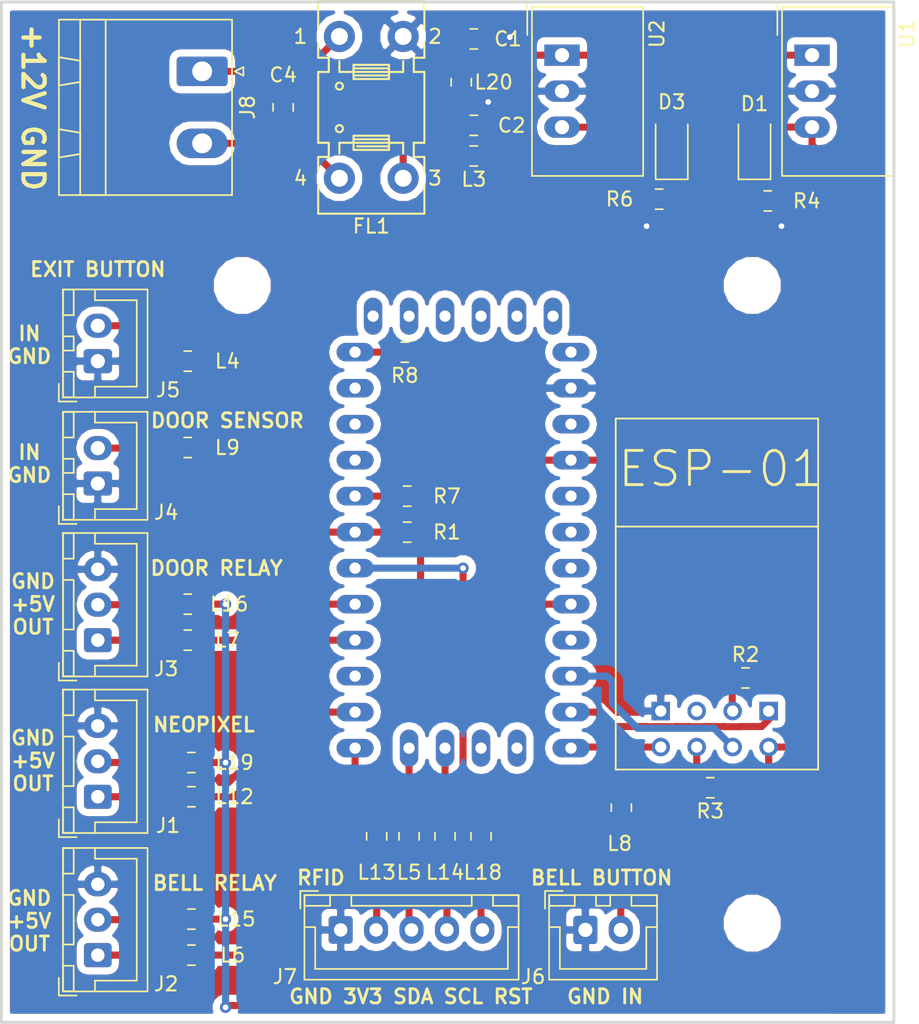
<source format=kicad_pcb>
(kicad_pcb (version 20171130) (host pcbnew 5.0.2-bee76a0~70~ubuntu18.04.1)
  (layers (0 Top signal) (31 Bottom signal) (34 B.Paste user) (35 F.Paste user) (36 B.SilkS user) (37 F.SilkS user) (38 B.Mask user) (39 F.Mask user) (44 Edge.Cuts user))
  (net 0 "")
  (net 1 "Net-(R8-Pad2)")
  (net 2 "Net-(U$1-PadRX1)")
  (net 3 "Net-(U$1-PadRST1)")
  (net 4 "Net-(U$1-PadGND1)")
  (net 5 /D2)
  (net 6 /D3)
  (net 7 /D4)
  (net 8 /D5)
  (net 9 /D6)
  (net 10 /D7)
  (net 11 /D8)
  (net 12 /D9)
  (net 13 "Net-(U$1-PadRAW)")
  (net 14 GND)
  (net 15 "Net-(U$1-PadRST)")
  (net 16 +3V3)
  (net 17 "Net-(U$1-PadA3)")
  (net 18 /A2)
  (net 19 /A1)
  (net 20 /A0)
  (net 21 /D13)
  (net 22 /D12)
  (net 23 /D11)
  (net 24 /D10)
  (net 25 "Net-(U$1-PadGND2)")
  (net 26 "Net-(U$1-PadGND3)")
  (net 27 "Net-(U$1-PadVCC1)")
  (net 28 "Net-(U$1-PadRX1-1)")
  (net 29 "Net-(U$1-PadTX0-1)")
  (net 30 "Net-(U$1-PadDTR)")
  (net 31 /A4)
  (net 32 /A5)
  (net 33 "Net-(U$1-PadA6)")
  (net 34 "Net-(U$1-PadA7)")
  (net 35 /GPIO2)
  (net 36 "Net-(ESP1-PadGPIO0)")
  (net 37 "Net-(ESP1-PadCH_PD)")
  (net 38 "Net-(J7-Pad2)")
  (net 39 "Net-(J7-Pad3)")
  (net 40 "Net-(J7-Pad4)")
  (net 41 "Net-(J7-Pad5)")
  (net 42 "Net-(J3-Pad1)")
  (net 43 "Net-(J3-Pad2)")
  (net 44 "Net-(J2-Pad2)")
  (net 45 "Net-(J2-Pad1)")
  (net 46 "Net-(J1-Pad1)")
  (net 47 "Net-(J1-Pad2)")
  (net 48 "Net-(J4-Pad2)")
  (net 49 "Net-(C4-Pad1)")
  (net 50 "Net-(C4-Pad2)")
  (net 51 "Net-(J6-Pad2)")
  (net 52 "Net-(J5-Pad2)")
  (net 53 "Net-(D3-Pad1)")
  (net 54 "Net-(D1-Pad1)")
  (net 55 "Net-(J10-Pad1)")
  (net 56 "Net-(J12-Pad1)")
  (net 57 "Net-(J11-Pad1)")
  (net 58 +12V)
  (net 59 +5V)
  (net 60 "Net-(C2-Pad1)")
  (net 61 "Net-(C1-Pad1)")
  (module Connector_JST:JST_XH_B02B-XH-A_1x02_P2.50mm_Vertical (layer Top) (at 82.804 101.981 90)
    (fp_text reference J4 (at -2.032 4.826 180) (layer F.SilkS))
    (fp_text value Phoenix_MPT_2.5_2)
    (pad 1 thru_hole roundrect (at 0 0 90) (size 1.7 2) (drill 1) (layers *.Cu *.Mask) (roundrect_rratio 0.147059) (net 14 GND))
    (pad 2 thru_hole oval (at 2.5 0 90) (size 1.7 2) (drill 1) (layers *.Cu *.Mask) (net 48 "Net-(J4-Pad2)"))
  )
  (module Connector_Phoenix_MSTB:PhoenixContact_MSTBA_2,5_2-G-5,08_1x02_P5.08mm_Horizontal (layer Top) (at 90.17 72.898 270)
    (fp_text reference J8 (at 2.54 -3.2 270) (layer F.SilkS))
    (fp_text value Phoenix_MPT_2.5_2)
    (pad 1 thru_hole roundrect (at 0 0 270) (size 2.08 3.6) (drill 1.4) (layers *.Cu *.Mask) (roundrect_rratio 0.120192) (net 50 "Net-(C4-Pad2)"))
    (pad 2 thru_hole oval (at 5.08 0 270) (size 2.08 3.6) (drill 1.4) (layers *.Cu *.Mask) (net 49 "Net-(C4-Pad1)"))
  )
  (module Connector_JST:JST_XH_B02B-XH-A_1x02_P2.50mm_Vertical (layer Top) (at 117.221 133.477)
    (fp_text reference J6 (at -3.683 3.302) (layer F.SilkS))
    (fp_text value Phoenix_MPT_2.5_2)
    (pad 2 thru_hole oval (at 2.5 0) (size 1.7 2) (drill 1) (layers *.Cu *.Mask) (net 51 "Net-(J6-Pad2)"))
    (pad 1 thru_hole roundrect (at 0 0) (size 1.7 2) (drill 1) (layers *.Cu *.Mask) (roundrect_rratio 0.147059) (net 14 GND))
  )
  (module Connector_JST:JST_XH_B02B-XH-A_1x02_P2.50mm_Vertical (layer Top) (at 82.804 93.345 90)
    (fp_text reference J5 (at -2.032 4.953 180) (layer F.SilkS))
    (fp_text value Phoenix_MPT_2.5_2)
    (pad 1 thru_hole roundrect (at 0 0 90) (size 1.7 2) (drill 1) (layers *.Cu *.Mask) (roundrect_rratio 0.147059) (net 14 GND))
    (pad 2 thru_hole oval (at 2.5 0 90) (size 1.7 2) (drill 1) (layers *.Cu *.Mask) (net 52 "Net-(J5-Pad2)"))
  )
  (module Connector_JST:JST_XH_B03B-XH-A_1x03_P2.50mm_Vertical (layer Top) (at 82.804 135.255 90)
    (fp_text reference J2 (at -2.032 4.826 180) (layer F.SilkS))
    (fp_text value Conn_01x03_Male)
    (pad 1 thru_hole roundrect (at 0 0 90) (size 1.7 1.95) (drill 0.95) (layers *.Cu *.Mask) (roundrect_rratio 0.147059) (net 45 "Net-(J2-Pad1)"))
    (pad 2 thru_hole oval (at 2.5 0 90) (size 1.7 1.95) (drill 0.95) (layers *.Cu *.Mask) (net 44 "Net-(J2-Pad2)"))
    (pad 3 thru_hole oval (at 5 0 90) (size 1.7 1.95) (drill 0.95) (layers *.Cu *.Mask) (net 14 GND))
  )
  (module Connector_JST:JST_XH_B03B-XH-A_1x03_P2.50mm_Vertical (layer Top) (at 82.804 113.03 90)
    (fp_text reference J3 (at -2.032 4.826 180) (layer F.SilkS))
    (fp_text value Conn_01x03_Male)
    (pad 3 thru_hole oval (at 5 0 90) (size 1.7 1.95) (drill 0.95) (layers *.Cu *.Mask) (net 14 GND))
    (pad 2 thru_hole oval (at 2.5 0 90) (size 1.7 1.95) (drill 0.95) (layers *.Cu *.Mask) (net 43 "Net-(J3-Pad2)"))
    (pad 1 thru_hole roundrect (at 0 0 90) (size 1.7 1.95) (drill 0.95) (layers *.Cu *.Mask) (roundrect_rratio 0.147059) (net 42 "Net-(J3-Pad1)"))
  )
  (module Connector_JST:JST_XH_B03B-XH-A_1x03_P2.50mm_Vertical (layer Top) (at 82.804 124.079 90)
    (fp_text reference J1 (at -2.032 4.953 180) (layer F.SilkS))
    (fp_text value Conn_01x03_Male)
    (pad 1 thru_hole roundrect (at 0 0 90) (size 1.7 1.95) (drill 0.95) (layers *.Cu *.Mask) (roundrect_rratio 0.147059) (net 46 "Net-(J1-Pad1)"))
    (pad 2 thru_hole oval (at 2.5 0 90) (size 1.7 1.95) (drill 0.95) (layers *.Cu *.Mask) (net 47 "Net-(J1-Pad2)"))
    (pad 3 thru_hole oval (at 5 0 90) (size 1.7 1.95) (drill 0.95) (layers *.Cu *.Mask) (net 14 GND))
  )
  (module Connector_JST:JST_XH_B05B-XH-A_1x05_P2.50mm_Vertical (layer Top) (at 99.949 133.477)
    (fp_text reference J7 (at -3.937 3.302) (layer F.SilkS))
    (fp_text value Phoenix_MPT_2.5_5)
    (pad 1 thru_hole roundrect (at 0 0) (size 1.7 1.95) (drill 0.95) (layers *.Cu *.Mask) (roundrect_rratio 0.147059) (net 14 GND))
    (pad 2 thru_hole oval (at 2.5 0) (size 1.7 1.95) (drill 0.95) (layers *.Cu *.Mask) (net 38 "Net-(J7-Pad2)"))
    (pad 3 thru_hole oval (at 5 0) (size 1.7 1.95) (drill 0.95) (layers *.Cu *.Mask) (net 39 "Net-(J7-Pad3)"))
    (pad 4 thru_hole oval (at 7.5 0) (size 1.7 1.95) (drill 0.95) (layers *.Cu *.Mask) (net 40 "Net-(J7-Pad4)"))
    (pad 5 thru_hole oval (at 10 0) (size 1.7 1.95) (drill 0.95) (layers *.Cu *.Mask) (net 41 "Net-(J7-Pad5)"))
  )
  (module Capacitor_SMD:C_0805_2012Metric (layer Top) (at 109.347 76.708)
    (fp_text reference C2 (at 2.667 0 180) (layer F.SilkS))
    (fp_text value 10u)
    (pad 1 smd roundrect (at -0.9375 0) (size 0.975 1.4) (layers Top F.Paste F.Mask) (net 60 "Net-(C2-Pad1)"))
    (pad 2 smd roundrect (at 0.9375 0) (size 0.975 1.4) (layers Top F.Paste F.Mask) (net 14 GND))
  )
  (module Capacitor_SMD:C_0805_2012Metric (layer Top) (at 109.347 70.612)
    (fp_text reference C1 (at 2.413 0 180) (layer F.SilkS))
    (fp_text value 10u)
    (pad 2 smd roundrect (at 0.9375 0) (size 0.975 1.4) (layers Top F.Paste F.Mask) (net 14 GND))
    (pad 1 smd roundrect (at -0.9375 0) (size 0.975 1.4) (layers Top F.Paste F.Mask) (net 61 "Net-(C1-Pad1)"))
  )
  (module Capacitor_SMD:C_0805_2012Metric (layer Top) (at 95.885 75.438 90)
    (fp_text reference C4 (at 2.286 0 180) (layer F.SilkS))
    (fp_text value 100n)
    (pad 1 smd roundrect (at -0.9375 0 90) (size 0.975 1.4) (layers Top F.Paste F.Mask) (net 49 "Net-(C4-Pad1)"))
    (pad 2 smd roundrect (at 0.9375 0 90) (size 0.975 1.4) (layers Top F.Paste F.Mask) (net 50 "Net-(C4-Pad2)"))
  )
  (module Choke_Common-Mode_Wurth:CommonModeChoke_WuerthType-WE-CMB_Size-XS (layer Top) (at 102.108 75.438)
    (fp_text reference FL1 (at 0 8.382) (layer F.SilkS))
    (fp_text value EMI_Filter_CommonMode_0)
    (fp_text user 4 (at -5.00126 5.00126) (layer F.SilkS))
    (fp_text user 3 (at 4.50088 5.00126) (layer F.SilkS))
    (fp_text user 2 (at 4.50088 -5.00126) (layer F.SilkS))
    (fp_text user 1 (at -5.00126 -5.00126) (layer F.SilkS))
    (pad 4 thru_hole circle (at -2.25044 5.00126) (size 2.19964 2.19964) (drill 1.19888) (layers *.Cu *.Mask) (net 49 "Net-(C4-Pad1)"))
    (pad 3 thru_hole circle (at 2.25044 5.00126) (size 2.19964 2.19964) (drill 1.19888) (layers *.Cu *.Mask) (net 61 "Net-(C1-Pad1)"))
    (pad 2 thru_hole circle (at 2.25044 -5.00126) (size 2.19964 2.19964) (drill 1.19888) (layers *.Cu *.Mask) (net 14 GND))
    (pad 1 thru_hole circle (at -2.25044 -5.00126) (size 2.19964 2.19964) (drill 1.19888) (layers *.Cu *.Mask) (net 50 "Net-(C4-Pad2)"))
  )
  (module Converter_DCDC:Converter_DCDC_TRACO_TSR-1_THT (layer Top) (at 115.57 71.755 270)
    (fp_text reference U2 (at -1.5 -6.71 270) (layer F.SilkS))
    (fp_text value TSR_1-2433)
    (pad 3 thru_hole oval (at 5.08 0 270) (size 1.5 2.5) (drill 1) (layers *.Cu *.Mask) (net 16 +3V3))
    (pad 2 thru_hole oval (at 2.54 0 270) (size 1.5 2.5) (drill 1) (layers *.Cu *.Mask) (net 14 GND))
    (pad 1 thru_hole rect (at 0 0 270) (size 1.5 2.5) (drill 1) (layers *.Cu *.Mask) (net 58 +12V))
  )
  (module Converter_DCDC:Converter_DCDC_TRACO_TSR-1_THT (layer Top) (at 133.223 71.755 270)
    (fp_text reference U1 (at -1.5 -6.71 270) (layer F.SilkS))
    (fp_text value TSR_1-24150)
    (pad 1 thru_hole rect (at 0 0 270) (size 1.5 2.5) (drill 1) (layers *.Cu *.Mask) (net 58 +12V))
    (pad 2 thru_hole oval (at 2.54 0 270) (size 1.5 2.5) (drill 1) (layers *.Cu *.Mask) (net 14 GND))
    (pad 3 thru_hole oval (at 5.08 0 270) (size 1.5 2.5) (drill 1) (layers *.Cu *.Mask) (net 59 +5V))
  )
  (module Inductor_SMD:L_0805_2012Metric (layer Top) (at 89.408 124.079)
    (fp_text reference L12 (at 3.048 0) (layer F.SilkS))
    (fp_text value FB)
    (pad 1 smd roundrect (at -0.9375 0) (size 0.975 1.4) (layers Top F.Paste F.Mask) (net 46 "Net-(J1-Pad1)"))
    (pad 2 smd roundrect (at 0.9375 0) (size 0.975 1.4) (layers Top F.Paste F.Mask) (net 11 /D8))
  )
  (module Inductor_SMD:L_0805_2012Metric (layer Top) (at 108.458 73.66 270)
    (fp_text reference L20 (at 0 -2.286) (layer F.SilkS))
    (fp_text value 10u)
    (pad 2 smd roundrect (at 0.9375 0 270) (size 0.975 1.4) (layers Top F.Paste F.Mask) (net 60 "Net-(C2-Pad1)"))
    (pad 1 smd roundrect (at -0.9375 0 270) (size 0.975 1.4) (layers Top F.Paste F.Mask) (net 61 "Net-(C1-Pad1)"))
  )
  (module Inductor_SMD:L_0805_2012Metric (layer Top) (at 89.408 121.666 180)
    (fp_text reference L19 (at -3.048 0 180) (layer F.SilkS))
    (fp_text value FB)
    (pad 1 smd roundrect (at -0.9375 0 180) (size 0.975 1.4) (layers Top F.Paste F.Mask) (net 59 +5V))
    (pad 2 smd roundrect (at 0.9375 0 180) (size 0.975 1.4) (layers Top F.Paste F.Mask) (net 47 "Net-(J1-Pad2)"))
  )
  (module Inductor_SMD:L_0805_2012Metric (layer Top) (at 109.855 126.873 90)
    (fp_text reference L18 (at -2.54 0.127 180) (layer F.SilkS))
    (fp_text value FB)
    (pad 2 smd roundrect (at 0.9375 0 90) (size 0.975 1.4) (layers Top F.Paste F.Mask) (net 7 /D4))
    (pad 1 smd roundrect (at -0.9375 0 90) (size 0.975 1.4) (layers Top F.Paste F.Mask) (net 41 "Net-(J7-Pad5)"))
  )
  (module Inductor_SMD:L_0805_2012Metric (layer Top) (at 89.154 110.49 180)
    (fp_text reference L16 (at -2.921 0 180) (layer F.SilkS))
    (fp_text value FB)
    (pad 1 smd roundrect (at -0.9375 0 180) (size 0.975 1.4) (layers Top F.Paste F.Mask) (net 59 +5V))
    (pad 2 smd roundrect (at 0.9375 0 180) (size 0.975 1.4) (layers Top F.Paste F.Mask) (net 43 "Net-(J3-Pad2)"))
  )
  (module Inductor_SMD:L_0805_2012Metric (layer Top) (at 89.408 132.715 180)
    (fp_text reference L15 (at -3.175 0 180) (layer F.SilkS))
    (fp_text value FB)
    (pad 2 smd roundrect (at 0.9375 0 180) (size 0.975 1.4) (layers Top F.Paste F.Mask) (net 44 "Net-(J2-Pad2)"))
    (pad 1 smd roundrect (at -0.9375 0 180) (size 0.975 1.4) (layers Top F.Paste F.Mask) (net 59 +5V))
  )
  (module Inductor_SMD:L_0805_2012Metric (layer Top) (at 107.315 126.873 90)
    (fp_text reference L14 (at -2.54 0 180) (layer F.SilkS))
    (fp_text value FB)
    (pad 1 smd roundrect (at -0.9375 0 90) (size 0.975 1.4) (layers Top F.Paste F.Mask) (net 40 "Net-(J7-Pad4)"))
    (pad 2 smd roundrect (at 0.9375 0 90) (size 0.975 1.4) (layers Top F.Paste F.Mask) (net 32 /A5))
  )
  (module Inductor_SMD:L_0805_2012Metric (layer Top) (at 89.154 99.441)
    (fp_text reference L9 (at 2.794 0) (layer F.SilkS))
    (fp_text value FB)
    (pad 2 smd roundrect (at 0.9375 0) (size 0.975 1.4) (layers Top F.Paste F.Mask) (net 8 /D5))
    (pad 1 smd roundrect (at -0.9375 0) (size 0.975 1.4) (layers Top F.Paste F.Mask) (net 48 "Net-(J4-Pad2)"))
  )
  (module Inductor_SMD:L_0805_2012Metric (layer Top) (at 119.761 124.841 90)
    (fp_text reference L8 (at -2.54 -0.127 180) (layer F.SilkS))
    (fp_text value FB)
    (pad 1 smd roundrect (at -0.9375 0 90) (size 0.975 1.4) (layers Top F.Paste F.Mask) (net 51 "Net-(J6-Pad2)"))
    (pad 2 smd roundrect (at 0.9375 0 90) (size 0.975 1.4) (layers Top F.Paste F.Mask) (net 20 /A0))
  )
  (module Inductor_SMD:L_0805_2012Metric (layer Top) (at 89.154 113.03)
    (fp_text reference L7 (at 2.794 0) (layer F.SilkS))
    (fp_text value FB)
    (pad 2 smd roundrect (at 0.9375 0) (size 0.975 1.4) (layers Top F.Paste F.Mask) (net 9 /D6))
    (pad 1 smd roundrect (at -0.9375 0) (size 0.975 1.4) (layers Top F.Paste F.Mask) (net 42 "Net-(J3-Pad1)"))
  )
  (module Inductor_SMD:L_0805_2012Metric (layer Top) (at 89.408 135.255)
    (fp_text reference L6 (at 2.921 0) (layer F.SilkS))
    (fp_text value FB)
    (pad 1 smd roundrect (at -0.9375 0) (size 0.975 1.4) (layers Top F.Paste F.Mask) (net 45 "Net-(J2-Pad1)"))
    (pad 2 smd roundrect (at 0.9375 0) (size 0.975 1.4) (layers Top F.Paste F.Mask) (net 12 /D9))
  )
  (module Inductor_SMD:L_0805_2012Metric (layer Top) (at 104.775 126.873 90)
    (fp_text reference L5 (at -2.54 0 180) (layer F.SilkS))
    (fp_text value FB)
    (pad 2 smd roundrect (at 0.9375 0 90) (size 0.975 1.4) (layers Top F.Paste F.Mask) (net 31 /A4))
    (pad 1 smd roundrect (at -0.9375 0 90) (size 0.975 1.4) (layers Top F.Paste F.Mask) (net 39 "Net-(J7-Pad3)"))
  )
  (module Inductor_SMD:L_0805_2012Metric (layer Top) (at 109.347 78.867 180)
    (fp_text reference L3 (at 0 -1.65 180) (layer F.SilkS))
    (fp_text value BLM21BD152SN1D)
    (pad 1 smd roundrect (at -0.9375 0 180) (size 0.975 1.4) (layers Top F.Paste F.Mask) (net 58 +12V))
    (pad 2 smd roundrect (at 0.9375 0 180) (size 0.975 1.4) (layers Top F.Paste F.Mask) (net 60 "Net-(C2-Pad1)"))
  )
  (module Inductor_SMD:L_0805_2012Metric (layer Top) (at 102.489 126.873 90)
    (fp_text reference L13 (at -2.54 0 180) (layer F.SilkS))
    (fp_text value FB)
    (pad 2 smd roundrect (at 0.9375 0 90) (size 0.975 1.4) (layers Top F.Paste F.Mask) (net 16 +3V3))
    (pad 1 smd roundrect (at -0.9375 0 90) (size 0.975 1.4) (layers Top F.Paste F.Mask) (net 38 "Net-(J7-Pad2)"))
  )
  (module Inductor_SMD:L_0805_2012Metric (layer Top) (at 89.154 93.345)
    (fp_text reference L4 (at 2.794 0) (layer F.SilkS))
    (fp_text value FB)
    (pad 1 smd roundrect (at -0.9375 0) (size 0.975 1.4) (layers Top F.Paste F.Mask) (net 52 "Net-(J5-Pad2)"))
    (pad 2 smd roundrect (at 0.9375 0) (size 0.975 1.4) (layers Top F.Paste F.Mask) (net 6 /D3))
  )
  (module LED_SMD:LED_1206_3216Metric (layer Top) (at 123.317 78.232 90)
    (fp_text reference D3 (at 3.175 0 180) (layer F.SilkS))
    (fp_text value Red)
    (pad 1 smd roundrect (at -1.4 0 90) (size 1.25 1.75) (layers Top F.Paste F.Mask) (roundrect_rratio 0.2) (net 53 "Net-(D3-Pad1)"))
    (pad 2 smd roundrect (at 1.4 0 90) (size 1.25 1.75) (layers Top F.Paste F.Mask) (roundrect_rratio 0.2) (net 16 +3V3))
  )
  (module LED_SMD:LED_1206_3216Metric (layer Top) (at 129.159 78.232 90)
    (fp_text reference D1 (at 3.048 0 180) (layer F.SilkS))
    (fp_text value Red)
    (pad 2 smd roundrect (at 1.4 0 90) (size 1.25 1.75) (layers Top F.Paste F.Mask) (roundrect_rratio 0.2) (net 59 +5V))
    (pad 1 smd roundrect (at -1.4 0 90) (size 1.25 1.75) (layers Top F.Paste F.Mask) (roundrect_rratio 0.2) (net 54 "Net-(D1-Pad1)"))
  )
  (module MountingHole:MountingHole_3mm (layer Top) (at 93 88)
    (fp_text reference J11 hide)
    (fp_text value Conn_01x01_Female)
    (pad 1 np_thru_hole circle (at 0 0) (size 3 3) (drill 3) (layers *.Cu *.Mask) (net 57 "Net-(J11-Pad1)"))
  )
  (module MountingHole:MountingHole_3mm (layer Top) (at 129 133)
    (fp_text reference J12 hide)
    (fp_text value Conn_01x01_Female)
    (pad 1 np_thru_hole circle (at 0 0) (size 3 3) (drill 3) (layers *.Cu *.Mask) (net 56 "Net-(J12-Pad1)"))
  )
  (module MountingHole:MountingHole_3mm (layer Top) (at 129 88)
    (fp_text reference J10 hide)
    (fp_text value Conn_01x01_Female)
    (pad 1 np_thru_hole circle (at 0 0) (size 3 3) (drill 3) (layers *.Cu *.Mask) (net 55 "Net-(J10-Pad1)"))
  )
  (module Resistor_SMD:R_0805_2012Metric (layer Top) (at 130.0965 82.042)
    (fp_text reference R4 (at 2.7455 0) (layer F.SilkS))
    (fp_text value 1K2)
    (pad 2 smd roundrect (at 0.9375 0) (size 0.975 1.4) (layers Top F.Paste F.Mask) (net 14 GND))
    (pad 1 smd roundrect (at -0.9375 0) (size 0.975 1.4) (layers Top F.Paste F.Mask) (net 54 "Net-(D1-Pad1)"))
  )
  (module Resistor_SMD:R_0805_2012Metric (layer Top) (at 104.648 105.41 180)
    (fp_text reference R1 (at -2.794 0 180) (layer F.SilkS))
    (fp_text value 10K)
    (pad 1 smd roundrect (at -0.9375 0 180) (size 0.975 1.4) (layers Top F.Paste F.Mask) (net 16 +3V3))
    (pad 2 smd roundrect (at 0.9375 0 180) (size 0.975 1.4) (layers Top F.Paste F.Mask) (net 6 /D3))
  )
  (module Resistor_SMD:R_0805_2012Metric (layer Top) (at 126.0325 123.444 180)
    (fp_text reference R3 (at 0 -1.65 180) (layer F.SilkS))
    (fp_text value 10K)
    (pad 2 smd roundrect (at 0.9375 0 180) (size 0.975 1.4) (layers Top F.Paste F.Mask) (net 37 "Net-(ESP1-PadCH_PD)"))
    (pad 1 smd roundrect (at -0.9375 0 180) (size 0.975 1.4) (layers Top F.Paste F.Mask) (net 16 +3V3))
  )
  (module Resistor_SMD:R_0805_2012Metric (layer Top) (at 128.524 115.697)
    (fp_text reference R2 (at 0 -1.65) (layer F.SilkS))
    (fp_text value 10K)
    (pad 1 smd roundrect (at -0.9375 0) (size 0.975 1.4) (layers Top F.Paste F.Mask) (net 36 "Net-(ESP1-PadGPIO0)"))
    (pad 2 smd roundrect (at 0.9375 0) (size 0.975 1.4) (layers Top F.Paste F.Mask) (net 16 +3V3))
  )
  (module Resistor_SMD:R_0805_2012Metric (layer Top) (at 122.428 81.915 180)
    (fp_text reference R6 (at 2.794 0 180) (layer F.SilkS))
    (fp_text value 680R)
    (pad 1 smd roundrect (at -0.9375 0 180) (size 0.975 1.4) (layers Top F.Paste F.Mask) (net 53 "Net-(D3-Pad1)"))
    (pad 2 smd roundrect (at 0.9375 0 180) (size 0.975 1.4) (layers Top F.Paste F.Mask) (net 14 GND))
  )
  (module Resistor_SMD:R_0805_2012Metric (layer Top) (at 104.4725 92.71 180)
    (fp_text reference R8 (at 0 -1.65 180) (layer F.SilkS))
    (fp_text value 10K)
    (pad 2 smd roundrect (at 0.9375 0 180) (size 0.975 1.4) (layers Top F.Paste F.Mask) (net 1 "Net-(R8-Pad2)"))
    (pad 1 smd roundrect (at -0.9375 0 180) (size 0.975 1.4) (layers Top F.Paste F.Mask) (net 16 +3V3))
  )
  (module Resistor_SMD:R_0805_2012Metric (layer Top) (at 104.648 102.87 180)
    (fp_text reference R7 (at -2.794 0 180) (layer F.SilkS))
    (fp_text value 10K)
    (pad 1 smd roundrect (at -0.9375 0 180) (size 0.975 1.4) (layers Top F.Paste F.Mask) (net 16 +3V3))
    (pad 2 smd roundrect (at 0.9375 0 180) (size 0.975 1.4) (layers Top F.Paste F.Mask) (net 5 /D2))
  )
  (module "access control pcb v2:ESP01" (layer Top) (at 126.365 112.395)
    (fp_text reference ESP1 hide)
    (fp_text value ESP01 hide)
    (fp_text user ESP-01 (at -6.985 -10.033) (layer F.SilkS) (effects (font (size 2.413 2.413) (thickness 0.2032)) (justify left bottom)))
    (pad GND thru_hole rect (at -3.825 5.6375 270) (size 1.308 1.308) (drill 0.8) (layers *.Cu *.Mask) (net 14 GND))
    (pad RX thru_hole rect (at 3.795 5.6375 270) (size 1.308 1.308) (drill 0.8) (layers *.Cu *.Mask) (net 23 /D11))
    (pad GPIO2 thru_hole circle (at -1.285 5.6375 270) (size 1.308 1.308) (drill 0.8) (layers *.Cu *.Mask) (net 35 /GPIO2))
    (pad GPIO0 thru_hole circle (at 1.255 5.6375 270) (size 1.308 1.308) (drill 0.8) (layers *.Cu *.Mask) (net 36 "Net-(ESP1-PadGPIO0)"))
    (pad RST thru_hole circle (at 1.255 8.1775 270) (size 1.308 1.308) (drill 0.8) (layers *.Cu *.Mask) (net 22 /D12))
    (pad CH_PD thru_hole circle (at -1.285 8.1775 270) (size 1.308 1.308) (drill 0.8) (layers *.Cu *.Mask) (net 37 "Net-(ESP1-PadCH_PD)"))
    (pad TX thru_hole circle (at -3.825 8.1775 270) (size 1.308 1.308) (drill 0.8) (layers *.Cu *.Mask) (net 24 /D10))
    (pad VCC thru_hole circle (at 3.795 8.1775 270) (size 1.308 1.308) (drill 0.8) (layers *.Cu *.Mask) (net 16 +3V3))
  )
  (module "access control pcb v2:PRO-MINI" (layer Top) (at 107.315 119.38)
    (fp_text reference U$1 hide)
    (fp_text value PRO-MINI hide)
    (pad TX0 thru_hole oval (at -6.35 -26.67) (size 2.616 1.308) (drill 0.8) (layers *.Cu *.Mask) (net 1 "Net-(R8-Pad2)"))
    (pad RX1 thru_hole oval (at -6.35 -24.13) (size 2.616 1.308) (drill 0.8) (layers *.Cu *.Mask) (net 2 "Net-(U$1-PadRX1)"))
    (pad RST1 thru_hole oval (at -6.35 -21.59) (size 2.616 1.308) (drill 0.8) (layers *.Cu *.Mask) (net 3 "Net-(U$1-PadRST1)"))
    (pad GND1 thru_hole oval (at -6.35 -19.05) (size 2.616 1.308) (drill 0.8) (layers *.Cu *.Mask) (net 4 "Net-(U$1-PadGND1)"))
    (pad D2 thru_hole oval (at -6.35 -16.51) (size 2.616 1.308) (drill 0.8) (layers *.Cu *.Mask) (net 5 /D2))
    (pad D3 thru_hole oval (at -6.35 -13.97) (size 2.616 1.308) (drill 0.8) (layers *.Cu *.Mask) (net 6 /D3))
    (pad D4 thru_hole oval (at -6.35 -11.43) (size 2.616 1.308) (drill 0.8) (layers *.Cu *.Mask) (net 7 /D4))
    (pad D5 thru_hole oval (at -6.35 -8.89) (size 2.616 1.308) (drill 0.8) (layers *.Cu *.Mask) (net 8 /D5))
    (pad D6 thru_hole oval (at -6.35 -6.35) (size 2.616 1.308) (drill 0.8) (layers *.Cu *.Mask) (net 9 /D6))
    (pad D7 thru_hole oval (at -6.35 -3.81) (size 2.616 1.308) (drill 0.8) (layers *.Cu *.Mask) (net 10 /D7))
    (pad D8 thru_hole oval (at -6.35 -1.27) (size 2.616 1.308) (drill 0.8) (layers *.Cu *.Mask) (net 11 /D8))
    (pad D9 thru_hole oval (at -6.35 1.27) (size 2.616 1.308) (drill 0.8) (layers *.Cu *.Mask) (net 12 /D9))
    (pad RAW thru_hole oval (at 8.89 -26.67) (size 2.616 1.308) (drill 0.8) (layers *.Cu *.Mask) (net 13 "Net-(U$1-PadRAW)"))
    (pad GND thru_hole oval (at 8.89 -24.13) (size 2.616 1.308) (drill 0.8) (layers *.Cu *.Mask) (net 14 GND))
    (pad RST thru_hole oval (at 8.89 -21.59) (size 2.616 1.308) (drill 0.8) (layers *.Cu *.Mask) (net 15 "Net-(U$1-PadRST)"))
    (pad VCC thru_hole oval (at 8.89 -19.05) (size 2.616 1.308) (drill 0.8) (layers *.Cu *.Mask) (net 16 +3V3))
    (pad A3 thru_hole oval (at 8.89 -16.51) (size 2.616 1.308) (drill 0.8) (layers *.Cu *.Mask) (net 17 "Net-(U$1-PadA3)"))
    (pad A2 thru_hole oval (at 8.89 -13.97) (size 2.616 1.308) (drill 0.8) (layers *.Cu *.Mask) (net 18 /A2))
    (pad A1 thru_hole oval (at 8.89 -11.43) (size 2.616 1.308) (drill 0.8) (layers *.Cu *.Mask) (net 19 /A1))
    (pad A0 thru_hole oval (at 8.89 -8.89) (size 2.616 1.308) (drill 0.8) (layers *.Cu *.Mask) (net 20 /A0))
    (pad D13 thru_hole oval (at 8.89 -6.35) (size 2.616 1.308) (drill 0.8) (layers *.Cu *.Mask) (net 21 /D13))
    (pad D12 thru_hole oval (at 8.89 -3.81) (size 2.616 1.308) (drill 0.8) (layers *.Cu *.Mask) (net 22 /D12))
    (pad D11 thru_hole oval (at 8.89 -1.27) (size 2.616 1.308) (drill 0.8) (layers *.Cu *.Mask) (net 23 /D11))
    (pad D10 thru_hole oval (at 8.89 1.27) (size 2.616 1.308) (drill 0.8) (layers *.Cu *.Mask) (net 24 /D10))
    (pad GND2 thru_hole oval (at -5.08 -29.21 90) (size 2.616 1.308) (drill 0.8) (layers *.Cu *.Mask) (net 25 "Net-(U$1-PadGND2)"))
    (pad GND3 thru_hole oval (at -2.54 -29.21 90) (size 2.616 1.308) (drill 0.8) (layers *.Cu *.Mask) (net 26 "Net-(U$1-PadGND3)"))
    (pad VCC1 thru_hole oval (at 0 -29.21 90) (size 2.616 1.308) (drill 0.8) (layers *.Cu *.Mask) (net 27 "Net-(U$1-PadVCC1)"))
    (pad RX1-1 thru_hole oval (at 2.54 -29.21 90) (size 2.616 1.308) (drill 0.8) (layers *.Cu *.Mask) (net 28 "Net-(U$1-PadRX1-1)"))
    (pad TX0-1 thru_hole oval (at 5.08 -29.21 90) (size 2.616 1.308) (drill 0.8) (layers *.Cu *.Mask) (net 29 "Net-(U$1-PadTX0-1)"))
    (pad DTR thru_hole oval (at 7.62 -29.21 90) (size 2.616 1.308) (drill 0.8) (layers *.Cu *.Mask) (net 30 "Net-(U$1-PadDTR)"))
    (pad A4 thru_hole oval (at -2.54 1.27 90) (size 2.616 1.308) (drill 0.8) (layers *.Cu *.Mask) (net 31 /A4))
    (pad A5 thru_hole oval (at 0 1.27 90) (size 2.616 1.308) (drill 0.8) (layers *.Cu *.Mask) (net 32 /A5))
    (pad A6 thru_hole oval (at 2.54 1.27 90) (size 2.616 1.308) (drill 0.8) (layers *.Cu *.Mask) (net 33 "Net-(U$1-PadA6)"))
    (pad A7 thru_hole oval (at 5.08 1.27 90) (size 2.616 1.308) (drill 0.8) (layers *.Cu *.Mask) (net 34 "Net-(U$1-PadA7)"))
  )
  (gr_text "BELL BUTTON" (at 118.364 129.794) (layer F.SilkS) (effects (font (size 1 1) (thickness 0.2))))
  (gr_text "GND IN" (at 118.618 138.176) (layer F.SilkS) (effects (font (size 1 1) (thickness 0.2))))
  (gr_text "GND 3V3 SDA SCL RST" (at 104.902 138.176) (layer F.SilkS) (effects (font (size 1 1) (thickness 0.2))))
  (gr_text RFID (at 98.552 129.794) (layer F.SilkS) (effects (font (size 1 1) (thickness 0.2))))
  (gr_text "EXIT BUTTON" (at 82.804 86.868) (layer F.SilkS) (effects (font (size 1 1) (thickness 0.2))))
  (gr_text "IN\nGND" (at 77.978 92.202) (layer F.SilkS) (effects (font (size 1 1) (thickness 0.2))))
  (gr_text "IN\nGND" (at 77.978 100.584) (layer F.SilkS) (effects (font (size 1 1) (thickness 0.2))))
  (gr_text "DOOR SENSOR" (at 91.948 97.536) (layer F.SilkS) (effects (font (size 1 1) (thickness 0.2))))
  (gr_text "DOOR RELAY" (at 91.186 107.95) (layer F.SilkS) (effects (font (size 1 1) (thickness 0.2))))
  (gr_text "GND\n+5V\nOUT" (at 78.232 110.49) (layer F.SilkS) (effects (font (size 1 1) (thickness 0.2))))
  (gr_text "BELL RELAY" (at 91.059 130.175) (layer F.SilkS) (effects (font (size 1 1) (thickness 0.2))))
  (gr_text "GND\n+5V\nOUT" (at 77.978 132.842) (layer F.SilkS) (effects (font (size 1 1) (thickness 0.2))))
  (gr_text NEOPIXEL (at 90.297 118.999) (layer F.SilkS) (effects (font (size 1 1) (thickness 0.2))))
  (gr_text "GND\n+5V\nOUT" (at 78.232 121.539) (layer F.SilkS) (effects (font (size 1 1) (thickness 0.2))))
  (gr_text "+12V GND" (at 78.232 75.438 270) (layer F.SilkS) (effects (font (size 1.5 1.5) (thickness 0.3))))
  (gr_line (start 76 68) (end 76 140) (layer Edge.Cuts) (width 0.2))
  (gr_line (start 79 68) (end 76 68) (layer Edge.Cuts) (width 0.2))
  (gr_line (start 139 68) (end 79 68) (layer Edge.Cuts) (width 0.2))
  (gr_line (start 139 140) (end 139 68) (layer Edge.Cuts) (width 0.2))
  (gr_line (start 76 140) (end 139 140) (layer Edge.Cuts) (width 0.2))
  (segment (start 103.535 92.71) (end 100.965 92.71) (width 0.5) (layer Top) (net 1))
  (segment (start 103.7105 102.87) (end 100.965 102.87) (width 0.5) (layer Top) (net 5))
  (segment (start 98.044 105.41) (end 100.965 105.41) (width 0.5) (layer Top) (net 6))
  (segment (start 90.679 93.345) (end 90.806 93.472) (width 0.5) (layer Top) (net 6))
  (segment (start 90.806 93.472) (end 92.583 93.472) (width 0.5) (layer Top) (net 6))
  (segment (start 90.0915 93.345) (end 90.679 93.345) (width 0.5) (layer Top) (net 6))
  (segment (start 96.647 97.536) (end 96.647 104.013) (width 0.5) (layer Top) (net 6))
  (segment (start 92.583 93.472) (end 96.647 97.536) (width 0.5) (layer Top) (net 6))
  (segment (start 96.647 104.013) (end 98.044 105.41) (width 0.5) (layer Top) (net 6))
  (segment (start 100.965 105.41) (end 103.7105 105.41) (width 0.5) (layer Top) (net 6))
  (segment (start 109.855 125.348) (end 108.585 124.078) (width 0.5) (layer Top) (net 7))
  (segment (start 109.855 125.9355) (end 109.855 125.348) (width 0.5) (layer Top) (net 7))
  (via (at 108.585 107.95) (size 0.8) (drill 0.4) (layers Top Bottom) (net 7))
  (segment (start 108.585 124.078) (end 108.585 107.95) (width 0.5) (layer Top) (net 7))
  (segment (start 108.585 107.95) (end 100.965 107.95) (width 0.5) (layer Bottom) (net 7))
  (segment (start 95.504 110.49) (end 100.965 110.49) (width 0.5) (layer Top) (net 8))
  (segment (start 90.0915 99.441) (end 90.0915 105.0775) (width 0.5) (layer Top) (net 8))
  (segment (start 90.0915 105.0775) (end 95.504 110.49) (width 0.5) (layer Top) (net 8))
  (segment (start 99.157 113.03) (end 90.0915 113.03) (width 0.5) (layer Top) (net 9))
  (segment (start 100.965 113.03) (end 99.157 113.03) (width 0.5) (layer Top) (net 9))
  (segment (start 100.311 118.11) (end 100.965 118.11) (width 0.5) (layer Top) (net 11))
  (segment (start 90.3455 124.079) (end 92.456 124.079) (width 0.5) (layer Top) (net 11))
  (segment (start 98.425 118.11) (end 100.311 118.11) (width 0.5) (layer Top) (net 11))
  (segment (start 92.456 124.079) (end 98.425 118.11) (width 0.5) (layer Top) (net 11))
  (segment (start 94.742 135.255) (end 90.3455 135.255) (width 0.5) (layer Top) (net 12))
  (segment (start 95.631 134.366) (end 94.742 135.255) (width 0.5) (layer Top) (net 12))
  (segment (start 95.631 129.159) (end 95.631 134.366) (width 0.5) (layer Top) (net 12))
  (segment (start 100.965 120.65) (end 100.965 123.825) (width 0.5) (layer Top) (net 12))
  (segment (start 100.965 123.825) (end 95.631 129.159) (width 0.5) (layer Top) (net 12))
  (via (at 110.363 75.057) (size 0.8) (drill 0.4) (layers Top Bottom) (net 14))
  (via (at 111.887 70.485) (size 0.8) (drill 0.4) (layers Top Bottom) (net 14))
  (via (at 121.539 83.82) (size 0.8) (drill 0.4) (layers Top Bottom) (net 14))
  (via (at 131.064 83.82) (size 0.8) (drill 0.4) (layers Top Bottom) (net 14))
  (segment (start 130.16 123.205) (end 130.16 120.5725) (width 0.5) (layer Top) (net 16))
  (segment (start 126.97 123.444) (end 129.921 123.444) (width 0.5) (layer Top) (net 16))
  (segment (start 129.921 123.444) (end 130.16 123.205) (width 0.5) (layer Top) (net 16))
  (segment (start 133.0465 120.5725) (end 130.16 120.5725) (width 0.5) (layer Top) (net 16))
  (segment (start 130.049 115.697) (end 130.176 115.824) (width 0.5) (layer Top) (net 16))
  (segment (start 133.477 116.332) (end 133.477 120.142) (width 0.5) (layer Top) (net 16))
  (segment (start 129.4615 115.697) (end 130.049 115.697) (width 0.5) (layer Top) (net 16))
  (segment (start 130.176 115.824) (end 132.969 115.824) (width 0.5) (layer Top) (net 16))
  (segment (start 132.969 115.824) (end 133.477 116.332) (width 0.5) (layer Top) (net 16))
  (segment (start 133.477 120.142) (end 133.0465 120.5725) (width 0.5) (layer Top) (net 16))
  (segment (start 105.41 102.6945) (end 105.5855 102.87) (width 0.5) (layer Top) (net 16))
  (segment (start 105.5855 102.87) (end 105.5855 105.41) (width 0.5) (layer Top) (net 16))
  (segment (start 116.205 100.33) (end 105.41 100.33) (width 0.5) (layer Top) (net 16))
  (segment (start 105.41 92.71) (end 105.41 100.33) (width 0.5) (layer Top) (net 16))
  (segment (start 105.41 100.33) (end 105.41 102.6945) (width 0.5) (layer Top) (net 16))
  (segment (start 129.4615 115.697) (end 129.4615 102.5375) (width 0.5) (layer Top) (net 16))
  (segment (start 129.4615 102.5375) (end 127.254 100.33) (width 0.5) (layer Top) (net 16))
  (segment (start 105.5855 110.0605) (end 105.5855 105.41) (width 0.5) (layer Top) (net 16))
  (segment (start 102.489 125.9355) (end 103.045237 125.379263) (width 0.5) (layer Top) (net 16))
  (segment (start 103.045237 112.600763) (end 105.5855 110.0605) (width 0.5) (layer Top) (net 16))
  (segment (start 103.045237 125.379263) (end 103.045237 112.600763) (width 0.5) (layer Top) (net 16))
  (segment (start 123.314 76.835) (end 123.317 76.832) (width 0.5) (layer Top) (net 16))
  (segment (start 118.745 100.203) (end 118.872 100.33) (width 0.5) (layer Top) (net 16))
  (segment (start 118.745 76.835) (end 118.745 100.203) (width 0.5) (layer Top) (net 16))
  (segment (start 118.872 100.33) (end 116.205 100.33) (width 0.5) (layer Top) (net 16))
  (segment (start 127.254 100.33) (end 118.872 100.33) (width 0.5) (layer Top) (net 16))
  (segment (start 118.745 76.835) (end 123.314 76.835) (width 0.5) (layer Top) (net 16))
  (segment (start 115.57 76.835) (end 118.745 76.835) (width 0.5) (layer Top) (net 16))
  (segment (start 114.397 110.49) (end 116.205 110.49) (width 0.5) (layer Top) (net 20))
  (segment (start 118.5395 123.9035) (end 118.491 123.952) (width 0.5) (layer Top) (net 20))
  (segment (start 119.761 123.9035) (end 118.5395 123.9035) (width 0.5) (layer Top) (net 20))
  (segment (start 113.919 110.968) (end 114.397 110.49) (width 0.5) (layer Top) (net 20))
  (segment (start 118.491 123.952) (end 115.316 123.952) (width 0.5) (layer Top) (net 20))
  (segment (start 115.316 123.952) (end 113.919 122.555) (width 0.5) (layer Top) (net 20))
  (segment (start 113.919 122.555) (end 113.919 110.968) (width 0.5) (layer Top) (net 20))
  (segment (start 126.3005 119.253) (end 127.62 120.5725) (width 0.5) (layer Bottom) (net 22))
  (segment (start 120.904 119.253) (end 126.3005 119.253) (width 0.5) (layer Bottom) (net 22))
  (segment (start 119.126 117.475) (end 120.904 119.253) (width 0.5) (layer Bottom) (net 22))
  (segment (start 119.126 115.951) (end 119.126 117.475) (width 0.5) (layer Bottom) (net 22))
  (segment (start 116.205 115.57) (end 118.745 115.57) (width 0.5) (layer Bottom) (net 22))
  (segment (start 118.745 115.57) (end 119.126 115.951) (width 0.5) (layer Bottom) (net 22))
  (segment (start 130.16 118.633) (end 130.16 118.0325) (width 0.5) (layer Top) (net 23))
  (segment (start 121.525999 119.136501) (end 123.554001 119.136501) (width 0.5) (layer Top) (net 23))
  (segment (start 121.515498 119.126) (end 121.525999 119.136501) (width 0.5) (layer Top) (net 23))
  (segment (start 119.029 119.126) (end 121.515498 119.126) (width 0.5) (layer Top) (net 23))
  (segment (start 124.539578 119.126) (end 124.550079 119.136501) (width 0.5) (layer Top) (net 23))
  (segment (start 125.620422 119.126) (end 127.079578 119.126) (width 0.5) (layer Top) (net 23))
  (segment (start 129.667 119.126) (end 130.16 118.633) (width 0.5) (layer Top) (net 23))
  (segment (start 116.205 118.11) (end 118.013 118.11) (width 0.5) (layer Top) (net 23))
  (segment (start 118.013 118.11) (end 119.029 119.126) (width 0.5) (layer Top) (net 23))
  (segment (start 124.550079 119.136501) (end 125.609921 119.136501) (width 0.5) (layer Top) (net 23))
  (segment (start 127.079578 119.126) (end 127.090079 119.136501) (width 0.5) (layer Top) (net 23))
  (segment (start 125.609921 119.136501) (end 125.620422 119.126) (width 0.5) (layer Top) (net 23))
  (segment (start 128.160422 119.126) (end 129.667 119.126) (width 0.5) (layer Top) (net 23))
  (segment (start 123.554001 119.136501) (end 123.564502 119.126) (width 0.5) (layer Top) (net 23))
  (segment (start 127.090079 119.136501) (end 128.149921 119.136501) (width 0.5) (layer Top) (net 23))
  (segment (start 123.564502 119.126) (end 124.539578 119.126) (width 0.5) (layer Top) (net 23))
  (segment (start 128.149921 119.136501) (end 128.160422 119.126) (width 0.5) (layer Top) (net 23))
  (segment (start 116.2825 120.5725) (end 116.205 120.65) (width 0.5) (layer Top) (net 24))
  (segment (start 122.54 120.5725) (end 116.2825 120.5725) (width 0.5) (layer Top) (net 24))
  (segment (start 104.775 120.65) (end 104.775 122.458) (width 0.5) (layer Top) (net 31))
  (segment (start 104.775 122.458) (end 104.775 125.9355) (width 0.5) (layer Top) (net 31))
  (segment (start 107.315 125.9355) (end 107.315 120.65) (width 0.5) (layer Top) (net 32))
  (segment (start 127.5865 117.999) (end 127.62 118.0325) (width 0.5) (layer Top) (net 36))
  (segment (start 127.5865 115.697) (end 127.5865 117.999) (width 0.5) (layer Top) (net 36))
  (segment (start 125.08 123.429) (end 125.095 123.444) (width 0.5) (layer Top) (net 37))
  (segment (start 125.08 120.5725) (end 125.08 123.429) (width 0.5) (layer Top) (net 37))
  (segment (start 102.489 133.437) (end 102.449 133.477) (width 0.5) (layer Top) (net 38))
  (segment (start 102.489 127.8105) (end 102.489 133.437) (width 0.5) (layer Top) (net 38))
  (segment (start 104.775 133.303) (end 104.949 133.477) (width 0.5) (layer Top) (net 39))
  (segment (start 104.775 127.8105) (end 104.775 133.303) (width 0.5) (layer Top) (net 39))
  (segment (start 107.449 127.9445) (end 107.315 127.8105) (width 0.5) (layer Top) (net 40))
  (segment (start 107.449 133.477) (end 107.449 127.9445) (width 0.5) (layer Top) (net 40))
  (segment (start 109.855 133.383) (end 109.949 133.477) (width 0.5) (layer Top) (net 41))
  (segment (start 109.855 127.8105) (end 109.855 133.383) (width 0.5) (layer Top) (net 41))
  (segment (start 83.879 113.03) (end 88.2165 113.03) (width 0.5) (layer Top) (net 42))
  (segment (start 82.804 113.03) (end 83.879 113.03) (width 0.5) (layer Top) (net 42))
  (segment (start 88.1765 110.53) (end 88.2165 110.49) (width 0.5) (layer Top) (net 43))
  (segment (start 82.804 110.53) (end 88.1765 110.53) (width 0.5) (layer Top) (net 43))
  (segment (start 88.4305 132.755) (end 88.4705 132.715) (width 0.5) (layer Top) (net 44))
  (segment (start 82.804 132.755) (end 88.4305 132.755) (width 0.5) (layer Top) (net 44))
  (segment (start 83.879 135.255) (end 88.4705 135.255) (width 0.5) (layer Top) (net 45))
  (segment (start 82.804 135.255) (end 83.879 135.255) (width 0.5) (layer Top) (net 45))
  (segment (start 83.879 124.079) (end 88.4705 124.079) (width 0.5) (layer Top) (net 46))
  (segment (start 82.804 124.079) (end 83.879 124.079) (width 0.5) (layer Top) (net 46))
  (segment (start 82.891 121.666) (end 82.804 121.579) (width 0.5) (layer Top) (net 47))
  (segment (start 88.4705 121.666) (end 82.891 121.666) (width 0.5) (layer Top) (net 47))
  (segment (start 88.1765 99.481) (end 88.2165 99.441) (width 0.5) (layer Top) (net 48))
  (segment (start 82.804 99.481) (end 88.1765 99.481) (width 0.5) (layer Top) (net 48))
  (segment (start 97.3963 77.978) (end 99.85756 80.43926) (width 0.5) (layer Top) (net 49))
  (segment (start 95.885 76.3755) (end 95.885 76.963) (width 0.5) (layer Top) (net 49))
  (segment (start 90.17 77.978) (end 95.885 77.978) (width 0.5) (layer Top) (net 49))
  (segment (start 95.885 76.963) (end 95.885 77.978) (width 0.5) (layer Top) (net 49))
  (segment (start 95.885 77.978) (end 97.3963 77.978) (width 0.5) (layer Top) (net 49))
  (segment (start 97.3963 72.898) (end 99.85756 70.43674) (width 0.5) (layer Top) (net 50))
  (segment (start 95.885 74.5005) (end 95.885 73.913) (width 0.5) (layer Top) (net 50))
  (segment (start 95.885 73.913) (end 95.885 72.898) (width 0.5) (layer Top) (net 50))
  (segment (start 90.17 72.898) (end 95.885 72.898) (width 0.5) (layer Top) (net 50))
  (segment (start 95.885 72.898) (end 97.3963 72.898) (width 0.5) (layer Top) (net 50))
  (segment (start 119.721 125.8185) (end 119.761 125.7785) (width 0.5) (layer Top) (net 51))
  (segment (start 119.721 133.477) (end 119.721 125.8185) (width 0.5) (layer Top) (net 51))
  (segment (start 87.122 93.345) (end 88.2165 93.345) (width 0.5) (layer Top) (net 52))
  (segment (start 82.804 90.845) (end 84.622 90.845) (width 0.5) (layer Top) (net 52))
  (segment (start 84.622 90.845) (end 87.122 93.345) (width 0.5) (layer Top) (net 52))
  (segment (start 123.317 81.8665) (end 123.3655 81.915) (width 0.5) (layer Top) (net 53))
  (segment (start 123.317 79.632) (end 123.317 81.8665) (width 0.5) (layer Top) (net 53))
  (segment (start 129.159 79.632) (end 129.159 82.042) (width 0.5) (layer Top) (net 54))
  (segment (start 115.57 71.755) (end 133.223 71.755) (width 0.5) (layer Top) (net 58))
  (segment (start 113.03 71.755) (end 115.57 71.755) (width 0.5) (layer Top) (net 58))
  (segment (start 112.268 72.517) (end 113.03 71.755) (width 0.5) (layer Top) (net 58))
  (segment (start 112.268 78.486) (end 112.268 72.517) (width 0.5) (layer Top) (net 58))
  (segment (start 110.2845 78.867) (end 111.887 78.867) (width 0.5) (layer Top) (net 58))
  (segment (start 111.887 78.867) (end 112.268 78.486) (width 0.5) (layer Top) (net 58))
  (segment (start 133.22 76.832) (end 133.223 76.835) (width 0.5) (layer Top) (net 59))
  (segment (start 129.159 76.832) (end 133.22 76.832) (width 0.5) (layer Top) (net 59))
  (via (at 91.821 132.715) (size 0.8) (drill 0.4) (layers Top Bottom) (net 59))
  (segment (start 90.3455 132.715) (end 91.821 132.715) (width 0.5) (layer Top) (net 59))
  (via (at 91.821 121.666) (size 0.8) (drill 0.4) (layers Top Bottom) (net 59))
  (segment (start 91.821 132.715) (end 91.821 121.666) (width 0.5) (layer Bottom) (net 59))
  (segment (start 91.821 121.666) (end 90.3455 121.666) (width 0.5) (layer Top) (net 59))
  (via (at 91.821 110.49) (size 0.8) (drill 0.4) (layers Top Bottom) (net 59))
  (segment (start 91.821 121.666) (end 91.821 110.49) (width 0.5) (layer Bottom) (net 59))
  (segment (start 91.821 110.49) (end 90.0915 110.49) (width 0.5) (layer Top) (net 59))
  (segment (start 133.223 76.835) (end 133.223 78.085) (width 0.5) (layer Top) (net 59))
  (segment (start 134.17701 79.03901) (end 134.17701 138.36801) (width 0.5) (layer Top) (net 59))
  (segment (start 133.223 78.085) (end 134.17701 79.03901) (width 0.5) (layer Top) (net 59))
  (segment (start 134.17701 138.36801) (end 133.73402 138.811) (width 0.5) (layer Top) (net 59))
  (segment (start 133.73402 138.811) (end 91.948 138.811) (width 0.5) (layer Top) (net 59))
  (via (at 91.821 138.938) (size 0.8) (drill 0.4) (layers Top Bottom) (net 59))
  (segment (start 91.948 138.811) (end 91.821 138.938) (width 0.5) (layer Top) (net 59))
  (segment (start 91.821 138.938) (end 91.821 132.715) (width 0.5) (layer Bottom) (net 59))
  (segment (start 108.458 76.6595) (end 108.4095 76.708) (width 0.5) (layer Top) (net 60))
  (segment (start 108.458 74.5975) (end 108.458 76.6595) (width 0.5) (layer Top) (net 60))
  (segment (start 108.4095 76.708) (end 108.4095 78.867) (width 0.5) (layer Top) (net 60))
  (segment (start 108.458 70.6605) (end 108.4095 70.612) (width 0.5) (layer Top) (net 61))
  (segment (start 108.458 72.7225) (end 108.458 70.6605) (width 0.5) (layer Top) (net 61))
  (segment (start 104.35844 78.88388) (end 104.35844 80.43926) (width 0.5) (layer Top) (net 61))
  (segment (start 104.35844 74.20356) (end 104.35844 78.88388) (width 0.5) (layer Top) (net 61))
  (segment (start 108.458 72.7225) (end 105.8395 72.7225) (width 0.5) (layer Top) (net 61))
  (segment (start 105.8395 72.7225) (end 104.35844 74.20356) (width 0.5) (layer Top) (net 61))
  (zone (net 14) (net_name GND) (layer Top) (connect_pads (clearance 0.508)) (min_thickness 0.254) (fill yes (arc_segments 16) (thermal_gap 0.508) (thermal_bridge_width 0.508))
    (polygon (pts (xy 76 68) (xy 139 68) (xy 139 140) (xy 76 140)))
  )
  (zone (net 14) (net_name GND) (layer Bottom) (connect_pads (clearance 0.508)) (min_thickness 0.254) (fill yes (arc_segments 16) (thermal_gap 0.508) (thermal_bridge_width 0.508))
    (polygon (pts (xy 76 68) (xy 139 68) (xy 139 140) (xy 76 140)))
  )
)
</source>
